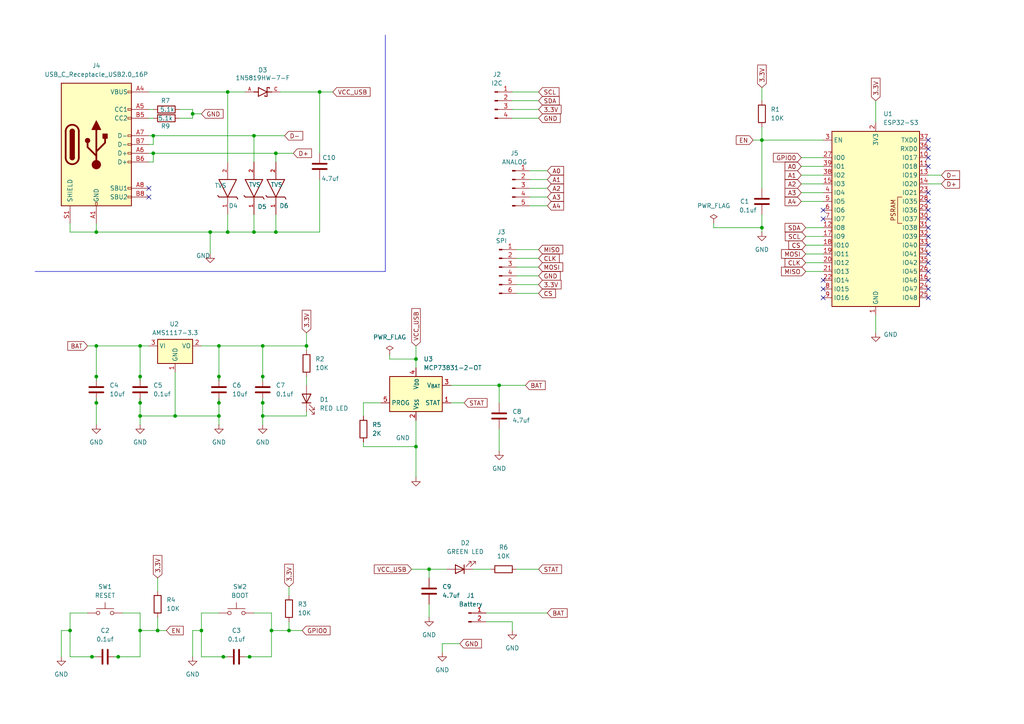
<source format=kicad_sch>
(kicad_sch (version 20231120) (generator "eeschema") (generator_version "8.0")
  (paper "A4")
  (title_block (date "2024-10-26"))
  (lib_symbols
    (symbol "1N5819HW-7-F:1N5819HW-7-F" (pin_names (offset 1.016))
      (property "Reference" "D" (at -5.08 2.54 0))
      (property "Value" "1N5819HW-7-F" (at -5.08 -3.81 0))
      (symbol "1N5819HW-7-F_0_0"
        (pin passive line (at -5.08 0 0) (length 2.54) (name "~") (number "A"))
        (pin passive line (at 5.08 0 180) (length 2.54) (name "~") (number "C"))
      )
    )
    (symbol "Battery_Management:MCP73831-2-OT"
      (property "Reference" "U" (at -7.62 6.35 0))
      (property "Value" "MCP73831-2-OT" (at 1.27 6.35 0))
      (symbol "MCP73831-2-OT_1_1"
        (pin tri_state line (at 10.16 -2.54 180) (length 2.54) (name "STAT") (number "1"))
        (pin power_in line (at 0 -7.62 90) (length 2.54) (name "V_{SS}") (number "2"))
        (pin power_out line (at 10.16 2.54 180) (length 2.54) (name "V_{BAT}") (number "3"))
        (pin power_in line (at 0 7.62 270) (length 2.54) (name "V_{DD}") (number "4"))
        (pin input line (at -10.16 -2.54 0) (length 2.54) (name "PROG") (number "5"))
      )
    )
    (symbol "Connector:Conn_01x02_Pin" (pin_names (offset 1.016) hide)
      (property "Reference" "J" (at 0 2.54 0))
      (property "Value" "Conn_01x02_Pin" (at 0 -5.08 0))
      (symbol "Conn_01x02_Pin_1_1"
        (pin passive line (at 5.08 0 180) (length 3.81) (name "Pin_1") (number "1"))
        (pin passive line (at 5.08 -2.54 180) (length 3.81) (name "Pin_2") (number "2"))
      )
    )
    (symbol "Connector:Conn_01x04_Pin" (pin_names (offset 1.016) hide)
      (property "Reference" "J" (at 0 5.08 0))
      (property "Value" "Conn_01x04_Pin" (at 0 -7.62 0))
      (symbol "Conn_01x04_Pin_1_1"
        (pin passive line (at 5.08 2.54 180) (length 3.81) (name "Pin_1") (number "1"))
        (pin passive line (at 5.08 0 180) (length 3.81) (name "Pin_2") (number "2"))
        (pin passive line (at 5.08 -2.54 180) (length 3.81) (name "Pin_3") (number "3"))
        (pin passive line (at 5.08 -5.08 180) (length 3.81) (name "Pin_4") (number "4"))
      )
    )
    (symbol "Connector:Conn_01x05_Pin" (pin_names (offset 1.016) hide)
      (property "Reference" "J" (at 0 7.62 0))
      (property "Value" "Conn_01x05_Pin" (at 0 -7.62 0))
      (symbol "Conn_01x05_Pin_1_1"
        (pin passive line (at 5.08 5.08 180) (length 3.81) (name "Pin_1") (number "1"))
        (pin passive line (at 5.08 2.54 180) (length 3.81) (name "Pin_2") (number "2"))
        (pin passive line (at 5.08 0 180) (length 3.81) (name "Pin_3") (number "3"))
        (pin passive line (at 5.08 -2.54 180) (length 3.81) (name "Pin_4") (number "4"))
        (pin passive line (at 5.08 -5.08 180) (length 3.81) (name "Pin_5") (number "5"))
      )
    )
    (symbol "Connector:Conn_01x06_Pin" (pin_names (offset 1.016) hide)
      (property "Reference" "J" (at 0 7.62 0))
      (property "Value" "Conn_01x06_Pin" (at 0 -10.16 0))
      (symbol "Conn_01x06_Pin_1_1"
        (pin passive line (at 5.08 5.08 180) (length 3.81) (name "Pin_1") (number "1"))
        (pin passive line (at 5.08 2.54 180) (length 3.81) (name "Pin_2") (number "2"))
        (pin passive line (at 5.08 0 180) (length 3.81) (name "Pin_3") (number "3"))
        (pin passive line (at 5.08 -2.54 180) (length 3.81) (name "Pin_4") (number "4"))
        (pin passive line (at 5.08 -5.08 180) (length 3.81) (name "Pin_5") (number "5"))
        (pin passive line (at 5.08 -7.62 180) (length 3.81) (name "Pin_6") (number "6"))
      )
    )
    (symbol "Connector:USB_C_Receptacle_USB2.0_16P" (pin_names (offset 1.016))
      (property "Reference" "J" (at 0 22.225 0))
      (property "Value" "USB_C_Receptacle_USB2.0_16P" (at 0 19.685 0))
      (symbol "USB_C_Receptacle_USB2.0_16P_1_1"
        (pin passive line (at 0 -22.86 90) (length 5.08) (name "GND") (number "A1"))
        (pin passive line (at 0 -22.86 90) (length 5.08) hide (name "GND") (number "A12"))
        (pin passive line (at 15.24 15.24 180) (length 5.08) (name "VBUS") (number "A4"))
        (pin bidirectional line (at 15.24 10.16 180) (length 5.08) (name "CC1") (number "A5"))
        (pin bidirectional line (at 15.24 -2.54 180) (length 5.08) (name "D+") (number "A6"))
        (pin bidirectional line (at 15.24 2.54 180) (length 5.08) (name "D-") (number "A7"))
        (pin bidirectional line (at 15.24 -12.7 180) (length 5.08) (name "SBU1") (number "A8"))
        (pin passive line (at 15.24 15.24 180) (length 5.08) hide (name "VBUS") (number "A9"))
        (pin passive line (at 0 -22.86 90) (length 5.08) hide (name "GND") (number "B1"))
        (pin passive line (at 0 -22.86 90) (length 5.08) hide (name "GND") (number "B12"))
        (pin passive line (at 15.24 15.24 180) (length 5.08) hide (name "VBUS") (number "B4"))
        (pin bidirectional line (at 15.24 7.62 180) (length 5.08) (name "CC2") (number "B5"))
        (pin bidirectional line (at 15.24 -5.08 180) (length 5.08) (name "D+") (number "B6"))
        (pin bidirectional line (at 15.24 0 180) (length 5.08) (name "D-") (number "B7"))
        (pin bidirectional line (at 15.24 -15.24 180) (length 5.08) (name "SBU2") (number "B8"))
        (pin passive line (at 15.24 15.24 180) (length 5.08) hide (name "VBUS") (number "B9"))
        (pin passive line (at -7.62 -22.86 90) (length 5.08) (name "SHIELD") (number "S1"))
      )
    )
    (symbol "Device:C" (pin_numbers hide) (pin_names (offset 0.254))
      (property "Reference" "C" (at 0.635 2.54 0))
      (property "Value" "C" (at 0.635 -2.54 0))
      (symbol "C_1_1"
        (pin passive line (at 0 3.81 270) (length 2.794) (name "~") (number "1"))
        (pin passive line (at 0 -3.81 90) (length 2.794) (name "~") (number "2"))
      )
    )
    (symbol "Device:R" (pin_numbers hide) (pin_names (offset 0))
      (property "Reference" "R" (at 2.032 0 90))
      (property "Value" "R" (at 0 0 90))
      (symbol "R_1_1"
        (pin passive line (at 0 3.81 270) (length 1.27) (name "~") (number "1"))
        (pin passive line (at 0 -3.81 90) (length 1.27) (name "~") (number "2"))
      )
    )
    (symbol "LED:IR26-21C_L110_TR8" (pin_numbers hide) (pin_names (offset 1.016) hide)
      (property "Reference" "D" (at 0 2.54 0))
      (property "Value" "IR26-21C_L110_TR8" (at 0 -3.81 0))
      (symbol "IR26-21C_L110_TR8_1_1"
        (pin passive line (at -3.81 0 0) (length 2.54) (name "K") (number "1"))
        (pin passive line (at 3.81 0 180) (length 2.54) (name "A") (number "2"))
      )
    )
    (symbol "RF_Module:ESP32-S3-WROOM-1"
      (property "Reference" "U" (at -12.7 26.67 0))
      (property "Value" "ESP32-S3-WROOM-1" (at 12.7 26.67 0))
      (symbol "ESP32-S3-WROOM-1_0_0"
        (text "PSRAM" (at 5.08 2.54 900) (effects (font (size 1.27 1.27))))
      )
      (symbol "ESP32-S3-WROOM-1_1_1"
        (pin power_in line (at 0 -27.94 90) (length 2.54) (name "GND") (number "1"))
        (pin bidirectional line (at 15.24 17.78 180) (length 2.54) (name "IO17") (number "10"))
        (pin bidirectional line (at 15.24 15.24 180) (length 2.54) (name "IO18") (number "11"))
        (pin bidirectional line (at -15.24 -2.54 0) (length 2.54) (name "IO8") (number "12"))
        (pin bidirectional line (at 15.24 12.7 180) (length 2.54) (name "IO19") (number "13"))
        (pin bidirectional line (at 15.24 10.16 180) (length 2.54) (name "IO20") (number "14"))
        (pin bidirectional line (at -15.24 10.16 0) (length 2.54) (name "IO3") (number "15"))
        (pin bidirectional line (at 15.24 -17.78 180) (length 2.54) (name "IO46") (number "16"))
        (pin bidirectional line (at -15.24 -5.08 0) (length 2.54) (name "IO9") (number "17"))
        (pin bidirectional line (at -15.24 -7.62 0) (length 2.54) (name "IO10") (number "18"))
        (pin bidirectional line (at -15.24 -10.16 0) (length 2.54) (name "IO11") (number "19"))
        (pin power_in line (at 0 27.94 270) (length 2.54) (name "3V3") (number "2"))
        (pin bidirectional line (at -15.24 -12.7 0) (length 2.54) (name "IO12") (number "20"))
        (pin bidirectional line (at -15.24 -15.24 0) (length 2.54) (name "IO13") (number "21"))
        (pin bidirectional line (at -15.24 -17.78 0) (length 2.54) (name "IO14") (number "22"))
        (pin bidirectional line (at 15.24 7.62 180) (length 2.54) (name "IO21") (number "23"))
        (pin bidirectional line (at 15.24 -20.32 180) (length 2.54) (name "IO47") (number "24"))
        (pin bidirectional line (at 15.24 -22.86 180) (length 2.54) (name "IO48") (number "25"))
        (pin bidirectional line (at 15.24 -15.24 180) (length 2.54) (name "IO45") (number "26"))
        (pin bidirectional line (at -15.24 17.78 0) (length 2.54) (name "IO0") (number "27"))
        (pin bidirectional line (at 15.24 5.08 180) (length 2.54) (name "IO35") (number "28"))
        (pin bidirectional line (at 15.24 2.54 180) (length 2.54) (name "IO36") (number "29"))
        (pin input line (at -15.24 22.86 0) (length 2.54) (name "EN") (number "3"))
        (pin bidirectional line (at 15.24 0 180) (length 2.54) (name "IO37") (number "30"))
        (pin bidirectional line (at 15.24 -2.54 180) (length 2.54) (name "IO38") (number "31"))
        (pin bidirectional line (at 15.24 -5.08 180) (length 2.54) (name "IO39") (number "32"))
        (pin bidirectional line (at 15.24 -7.62 180) (length 2.54) (name "IO40") (number "33"))
        (pin bidirectional line (at 15.24 -10.16 180) (length 2.54) (name "IO41") (number "34"))
        (pin bidirectional line (at 15.24 -12.7 180) (length 2.54) (name "IO42") (number "35"))
        (pin bidirectional line (at 15.24 20.32 180) (length 2.54) (name "RXD0") (number "36"))
        (pin bidirectional line (at 15.24 22.86 180) (length 2.54) (name "TXD0") (number "37"))
        (pin bidirectional line (at -15.24 12.7 0) (length 2.54) (name "IO2") (number "38"))
        (pin bidirectional line (at -15.24 15.24 0) (length 2.54) (name "IO1") (number "39"))
        (pin bidirectional line (at -15.24 7.62 0) (length 2.54) (name "IO4") (number "4"))
        (pin passive line (at 0 -27.94 90) (length 2.54) hide (name "GND") (number "40"))
        (pin passive line (at 0 -27.94 90) (length 2.54) hide (name "GND") (number "41"))
        (pin bidirectional line (at -15.24 5.08 0) (length 2.54) (name "IO5") (number "5"))
        (pin bidirectional line (at -15.24 2.54 0) (length 2.54) (name "IO6") (number "6"))
        (pin bidirectional line (at -15.24 0 0) (length 2.54) (name "IO7") (number "7"))
        (pin bidirectional line (at -15.24 -20.32 0) (length 2.54) (name "IO15") (number "8"))
        (pin bidirectional line (at -15.24 -22.86 0) (length 2.54) (name "IO16") (number "9"))
      )
    )
    (symbol "Regulator_Linear:AMS1117-3.3"
      (property "Reference" "U" (at -3.81 3.175 0))
      (property "Value" "AMS1117-3.3" (at 0 3.175 0))
      (symbol "AMS1117-3.3_1_1"
        (pin power_in line (at 0 -7.62 90) (length 2.54) (name "GND") (number "1"))
        (pin power_out line (at 7.62 0 180) (length 2.54) (name "VO") (number "2"))
        (pin power_in line (at -7.62 0 0) (length 2.54) (name "VI") (number "3"))
      )
    )
    (symbol "SMBJ5.0A:SMBJ5.0A" (pin_names (offset 1.016))
      (property "Reference" "D" (at 3.81 5.08 0))
      (property "Value" "SMBJ5.0A" (at 3.81 2.54 0))
      (symbol "SMBJ5.0A_0_0"
        (pin bidirectional line (at -7.62 0 0) (length 5.08) (name "~") (number "1"))
        (pin bidirectional line (at 7.62 0 180) (length 5.08) (name "~") (number "2"))
      )
    )
    (symbol "Switch:SW_Push" (pin_numbers hide) (pin_names (offset 1.016) hide)
      (property "Reference" "SW" (at 1.27 2.54 0))
      (property "Value" "SW_Push" (at 0 -1.524 0))
      (symbol "SW_Push_0_1"
        (pin passive line (at -5.08 0 0) (length 2.54) (name "1") (number "1"))
        (pin passive line (at 5.08 0 180) (length 2.54) (name "2") (number "2"))
      )
    )
    (symbol "power:GND" (power) (pin_numbers hide) (pin_names (offset 0) hide)
      (property "Value" "GND" (at 0 -3.81 0))
      (symbol "GND_1_1"
        (pin power_in line (at 0 0 270) (length 0) (name "~") (number "1"))
      )
    )
    (symbol "power:PWR_FLAG" (power) (pin_numbers hide) (pin_names (offset 0) hide)
      (property "Value" "PWR_FLAG" (at 0 3.81 0))
      (symbol "PWR_FLAG_0_0"
        (pin power_out line (at 0 0 90) (length 0) (name "~") (number "1"))
      )
    )
  )
  (junction (at 63.5 109.22))
  (junction (at 63.5 116.84))
  (junction (at 73.66 67.31))
  (junction (at 64.77 190.5))
  (junction (at 40.64 120.65))
  (junction (at 220.98 40.64))
  (junction (at 83.82 182.88))
  (junction (at 120.65 104.14))
  (junction (at 92.71 26.67))
  (junction (at 76.2 109.22))
  (junction (at 34.29 190.5))
  (junction (at 40.64 182.88))
  (junction (at 40.64 100.33))
  (junction (at 27.94 109.22))
  (junction (at 76.2 116.84))
  (junction (at 44.45 44.45))
  (junction (at 27.94 100.33))
  (junction (at 27.94 67.31))
  (junction (at 45.72 182.88))
  (junction (at 80.01 44.45))
  (junction (at 76.2 100.33))
  (junction (at 44.45 39.37))
  (junction (at 220.98 66.04))
  (junction (at 72.39 190.5))
  (junction (at 73.66 39.37))
  (junction (at 76.2 120.65))
  (junction (at 80.01 67.31))
  (junction (at 66.04 67.31))
  (junction (at 144.78 111.76))
  (junction (at 60.96 67.31))
  (junction (at 66.04 26.67))
  (junction (at 124.46 165.1))
  (junction (at 120.65 129.54))
  (junction (at 63.5 100.33))
  (junction (at 88.9 100.33))
  (junction (at 40.64 109.22))
  (junction (at 50.8 120.65))
  (junction (at 20.32 182.88))
  (junction (at 55.88 33.02))
  (junction (at 26.67 190.5))
  (junction (at 40.64 116.84))
  (junction (at 78.74 182.88))
  (junction (at 58.42 182.88))
  (junction (at 27.94 116.84))
  (junction (at 63.5 120.65))
  (no_connect (at 269.24 78.74))
  (no_connect (at 238.76 63.5))
  (no_connect (at 269.24 43.18))
  (no_connect (at 269.24 66.04))
  (no_connect (at 238.76 60.96))
  (no_connect (at 269.24 63.5))
  (no_connect (at 43.18 54.61))
  (no_connect (at 269.24 48.26))
  (no_connect (at 43.18 57.15))
  (no_connect (at 269.24 71.12))
  (no_connect (at 269.24 81.28))
  (no_connect (at 269.24 40.64))
  (no_connect (at 269.24 60.96))
  (no_connect (at 269.24 76.2))
  (no_connect (at 238.76 86.36))
  (no_connect (at 269.24 86.36))
  (no_connect (at 238.76 81.28))
  (no_connect (at 269.24 55.88))
  (no_connect (at 269.24 73.66))
  (no_connect (at 269.24 83.82))
  (no_connect (at 269.24 58.42))
  (no_connect (at 238.76 83.82))
  (no_connect (at 269.24 68.58))
  (no_connect (at 269.24 45.72))
  (wire (pts (xy 25.4 100.33) (xy 27.94 100.33)))
  (wire (pts (xy 149.86 77.47) (xy 156.21 77.47)))
  (wire (pts (xy 124.46 175.26) (xy 124.46 179.07)))
  (wire (pts (xy 40.64 182.88) (xy 40.64 190.5)))
  (wire (pts (xy 63.5 120.65) (xy 63.5 123.19)))
  (wire (pts (xy 120.65 129.54) (xy 120.65 138.43)))
  (wire (pts (xy 220.98 66.04) (xy 220.98 67.31)))
  (wire (pts (xy 110.49 116.84) (xy 105.41 116.84)))
  (wire (pts (xy 40.64 120.65) (xy 50.8 120.65)))
  (wire (pts (xy 43.18 34.29) (xy 44.45 34.29)))
  (wire (pts (xy 113.03 104.14) (xy 120.65 104.14)))
  (wire (pts (xy 220.98 40.64) (xy 220.98 54.61)))
  (wire (pts (xy 40.64 177.8) (xy 40.64 182.88)))
  (wire (pts (xy 44.45 46.99) (xy 43.18 46.99)))
  (wire (pts (xy 137.16 165.1) (xy 142.24 165.1)))
  (wire (pts (xy 105.41 116.84) (xy 105.41 120.65)))
  (wire (pts (xy 233.68 68.58) (xy 238.76 68.58)))
  (wire (pts (xy 218.44 40.64) (xy 220.98 40.64)))
  (wire (pts (xy 220.98 62.23) (xy 220.98 66.04)))
  (wire (pts (xy 233.68 71.12) (xy 238.76 71.12)))
  (wire (pts (xy 76.2 120.65) (xy 76.2 123.19)))
  (wire (pts (xy 45.72 182.88) (xy 48.26 182.88)))
  (wire (pts (xy 40.64 116.84) (xy 40.64 120.65)))
  (wire (pts (xy 220.98 40.64) (xy 238.76 40.64)))
  (wire (pts (xy 144.78 124.46) (xy 144.78 130.81)))
  (wire (pts (xy 207.01 64.77) (xy 207.01 66.04)))
  (wire (pts (xy 27.94 109.22) (xy 27.94 110.49)))
  (wire (pts (xy 17.78 190.5) (xy 17.78 182.88)))
  (wire (pts (xy 58.42 182.88) (xy 58.42 190.5)))
  (wire (pts (xy 80.01 44.45) (xy 80.01 46.99)))
  (wire (pts (xy 63.5 116.84) (xy 63.5 120.65)))
  (wire (pts (xy 50.8 120.65) (xy 63.5 120.65)))
  (wire (pts (xy 66.04 26.67) (xy 71.12 26.67)))
  (wire (pts (xy 148.59 26.67) (xy 156.21 26.67)))
  (wire (pts (xy 63.5 177.8) (xy 58.42 177.8)))
  (wire (pts (xy 27.94 100.33) (xy 40.64 100.33)))
  (wire (pts (xy 50.8 107.95) (xy 50.8 120.65)))
  (wire (pts (xy 220.98 36.83) (xy 220.98 40.64)))
  (wire (pts (xy 220.98 25.4) (xy 220.98 29.21)))
  (wire (pts (xy 20.32 64.77) (xy 20.32 67.31)))
  (wire (pts (xy 40.64 120.65) (xy 40.64 123.19)))
  (wire (pts (xy 207.01 66.04) (xy 220.98 66.04)))
  (wire (pts (xy 34.29 190.5) (xy 40.64 190.5)))
  (wire (pts (xy 80.01 67.31) (xy 92.71 67.31)))
  (wire (pts (xy 27.94 67.31) (xy 60.96 67.31)))
  (wire (pts (xy 120.65 100.33) (xy 120.65 104.14)))
  (wire (pts (xy 80.01 62.23) (xy 80.01 67.31)))
  (wire (pts (xy 232.41 48.26) (xy 238.76 48.26)))
  (wire (pts (xy 149.86 165.1) (xy 156.21 165.1)))
  (wire (pts (xy 149.86 74.93) (xy 156.21 74.93)))
  (wire (pts (xy 55.88 182.88) (xy 58.42 182.88)))
  (wire (pts (xy 40.64 100.33) (xy 43.18 100.33)))
  (wire (pts (xy 26.67 190.5) (xy 27.94 190.5)))
  (wire (pts (xy 60.96 67.31) (xy 60.96 73.66)))
  (wire (pts (xy 148.59 31.75) (xy 156.21 31.75)))
  (wire (pts (xy 96.52 26.67) (xy 92.71 26.67)))
  (polyline (pts (xy 10.16 78.74) (xy 111.76 78.74)))
  (wire (pts (xy 73.66 62.23) (xy 73.66 67.31)))
  (wire (pts (xy 153.67 57.15) (xy 158.75 57.15)))
  (wire (pts (xy 105.41 129.54) (xy 120.65 129.54)))
  (wire (pts (xy 73.66 39.37) (xy 73.66 46.99)))
  (wire (pts (xy 64.77 190.5) (xy 66.04 190.5)))
  (wire (pts (xy 83.82 182.88) (xy 87.63 182.88)))
  (wire (pts (xy 92.71 52.07) (xy 92.71 67.31)))
  (wire (pts (xy 45.72 167.64) (xy 45.72 171.45)))
  (wire (pts (xy 58.42 100.33) (xy 63.5 100.33)))
  (wire (pts (xy 25.4 177.8) (xy 20.32 177.8)))
  (wire (pts (xy 233.68 66.04) (xy 238.76 66.04)))
  (wire (pts (xy 113.03 102.87) (xy 113.03 104.14)))
  (wire (pts (xy 88.9 109.22) (xy 88.9 111.76)))
  (wire (pts (xy 124.46 165.1) (xy 129.54 165.1)))
  (wire (pts (xy 232.41 53.34) (xy 238.76 53.34)))
  (wire (pts (xy 20.32 67.31) (xy 27.94 67.31)))
  (wire (pts (xy 73.66 177.8) (xy 78.74 177.8)))
  (wire (pts (xy 63.5 115.57) (xy 63.5 116.84)))
  (wire (pts (xy 76.2 109.22) (xy 76.2 110.49)))
  (wire (pts (xy 60.96 67.31) (xy 66.04 67.31)))
  (wire (pts (xy 88.9 100.33) (xy 88.9 101.6)))
  (wire (pts (xy 232.41 45.72) (xy 238.76 45.72)))
  (wire (pts (xy 40.64 182.88) (xy 45.72 182.88)))
  (wire (pts (xy 233.68 76.2) (xy 238.76 76.2)))
  (wire (pts (xy 120.65 121.92) (xy 120.65 129.54)))
  (wire (pts (xy 43.18 39.37) (xy 44.45 39.37)))
  (wire (pts (xy 35.56 177.8) (xy 40.64 177.8)))
  (wire (pts (xy 55.88 33.02) (xy 55.88 34.29)))
  (wire (pts (xy 43.18 31.75) (xy 44.45 31.75)))
  (wire (pts (xy 76.2 120.65) (xy 88.9 120.65)))
  (wire (pts (xy 124.46 165.1) (xy 124.46 167.64)))
  (wire (pts (xy 73.66 39.37) (xy 82.55 39.37)))
  (wire (pts (xy 27.94 64.77) (xy 27.94 67.31)))
  (wire (pts (xy 269.24 50.8) (xy 273.05 50.8)))
  (wire (pts (xy 20.32 177.8) (xy 20.32 182.88)))
  (wire (pts (xy 44.45 39.37) (xy 73.66 39.37)))
  (wire (pts (xy 66.04 62.23) (xy 66.04 67.31)))
  (wire (pts (xy 66.04 67.31) (xy 73.66 67.31)))
  (wire (pts (xy 43.18 41.91) (xy 44.45 41.91)))
  (wire (pts (xy 254 91.44) (xy 254 96.52)))
  (wire (pts (xy 52.07 34.29) (xy 55.88 34.29)))
  (wire (pts (xy 76.2 100.33) (xy 76.2 109.22)))
  (wire (pts (xy 83.82 170.18) (xy 83.82 172.72)))
  (wire (pts (xy 55.88 31.75) (xy 55.88 33.02)))
  (wire (pts (xy 254 29.21) (xy 254 35.56)))
  (wire (pts (xy 27.94 116.84) (xy 27.94 123.19)))
  (wire (pts (xy 119.38 165.1) (xy 124.46 165.1)))
  (wire (pts (xy 58.42 177.8) (xy 58.42 182.88)))
  (wire (pts (xy 153.67 54.61) (xy 158.75 54.61)))
  (wire (pts (xy 72.39 190.5) (xy 78.74 190.5)))
  (wire (pts (xy 149.86 80.01) (xy 156.21 80.01)))
  (wire (pts (xy 144.78 111.76) (xy 152.4 111.76)))
  (polyline (pts (xy 111.76 10.16) (xy 111.76 78.74)))
  (wire (pts (xy 92.71 26.67) (xy 92.71 44.45)))
  (wire (pts (xy 148.59 180.34) (xy 148.59 182.88)))
  (wire (pts (xy 153.67 59.69) (xy 158.75 59.69)))
  (wire (pts (xy 120.65 104.14) (xy 120.65 106.68)))
  (wire (pts (xy 44.45 39.37) (xy 44.45 41.91)))
  (wire (pts (xy 81.28 26.67) (xy 92.71 26.67)))
  (wire (pts (xy 130.81 111.76) (xy 144.78 111.76)))
  (wire (pts (xy 44.45 44.45) (xy 43.18 44.45)))
  (wire (pts (xy 63.5 100.33) (xy 63.5 109.22)))
  (wire (pts (xy 78.74 182.88) (xy 83.82 182.88)))
  (wire (pts (xy 88.9 96.52) (xy 88.9 100.33)))
  (wire (pts (xy 58.42 190.5) (xy 64.77 190.5)))
  (wire (pts (xy 105.41 128.27) (xy 105.41 129.54)))
  (wire (pts (xy 63.5 100.33) (xy 76.2 100.33)))
  (wire (pts (xy 63.5 109.22) (xy 63.5 110.49)))
  (wire (pts (xy 233.68 78.74) (xy 238.76 78.74)))
  (wire (pts (xy 269.24 53.34) (xy 273.05 53.34)))
  (wire (pts (xy 148.59 29.21) (xy 156.21 29.21)))
  (wire (pts (xy 76.2 116.84) (xy 76.2 120.65)))
  (wire (pts (xy 149.86 82.55) (xy 156.21 82.55)))
  (wire (pts (xy 40.64 109.22) (xy 40.64 110.49)))
  (wire (pts (xy 80.01 44.45) (xy 85.09 44.45)))
  (wire (pts (xy 83.82 180.34) (xy 83.82 182.88)))
  (wire (pts (xy 140.97 177.8) (xy 158.75 177.8)))
  (wire (pts (xy 40.64 115.57) (xy 40.64 116.84)))
  (wire (pts (xy 148.59 34.29) (xy 156.21 34.29)))
  (wire (pts (xy 128.27 189.23) (xy 128.27 186.69)))
  (wire (pts (xy 88.9 119.38) (xy 88.9 120.65)))
  (wire (pts (xy 140.97 180.34) (xy 148.59 180.34)))
  (wire (pts (xy 43.18 26.67) (xy 66.04 26.67)))
  (wire (pts (xy 76.2 100.33) (xy 88.9 100.33)))
  (wire (pts (xy 55.88 33.02) (xy 58.42 33.02)))
  (wire (pts (xy 55.88 190.5) (xy 55.88 182.88)))
  (wire (pts (xy 52.07 31.75) (xy 55.88 31.75)))
  (wire (pts (xy 44.45 44.45) (xy 80.01 44.45)))
  (wire (pts (xy 27.94 115.57) (xy 27.94 116.84)))
  (wire (pts (xy 76.2 115.57) (xy 76.2 116.84)))
  (wire (pts (xy 144.78 111.76) (xy 144.78 116.84)))
  (wire (pts (xy 73.66 67.31) (xy 80.01 67.31)))
  (wire (pts (xy 45.72 179.07) (xy 45.72 182.88)))
  (wire (pts (xy 233.68 73.66) (xy 238.76 73.66)))
  (wire (pts (xy 153.67 49.53) (xy 158.75 49.53)))
  (wire (pts (xy 149.86 85.09) (xy 156.21 85.09)))
  (wire (pts (xy 44.45 44.45) (xy 44.45 46.99)))
  (wire (pts (xy 232.41 50.8) (xy 238.76 50.8)))
  (wire (pts (xy 17.78 182.88) (xy 20.32 182.88)))
  (wire (pts (xy 33.02 190.5) (xy 34.29 190.5)))
  (wire (pts (xy 128.27 186.69) (xy 133.35 186.69)))
  (wire (pts (xy 27.94 100.33) (xy 27.94 109.22)))
  (wire (pts (xy 153.67 52.07) (xy 158.75 52.07)))
  (wire (pts (xy 78.74 182.88) (xy 78.74 190.5)))
  (wire (pts (xy 130.81 116.84) (xy 134.62 116.84)))
  (wire (pts (xy 20.32 190.5) (xy 26.67 190.5)))
  (wire (pts (xy 71.12 190.5) (xy 72.39 190.5)))
  (wire (pts (xy 78.74 177.8) (xy 78.74 182.88)))
  (wire (pts (xy 20.32 182.88) (xy 20.32 190.5)))
  (wire (pts (xy 232.41 58.42) (xy 238.76 58.42)))
  (wire (pts (xy 66.04 26.67) (xy 66.04 46.99)))
  (wire (pts (xy 149.86 72.39) (xy 156.21 72.39)))
  (wire (pts (xy 232.41 55.88) (xy 238.76 55.88)))
  (wire (pts (xy 40.64 100.33) (xy 40.64 109.22)))
  (global_label "A4" (shape input) (at 232.41 58.42 180) (property "Intersheetrefs" "${INTERSHEET_REFS}" (effects (hide yes))))
  (global_label "VCC_USB" (shape input) (at 119.38 165.1 180) (property "Intersheetrefs" "${INTERSHEET_REFS}" (effects (hide yes))))
  (global_label "SCL" (shape input) (at 156.21 26.67 0) (property "Intersheetrefs" "${INTERSHEET_REFS}" (effects (hide yes))))
  (global_label "VCC_USB" (shape input) (at 96.52 26.67 0) (property "Intersheetrefs" "${INTERSHEET_REFS}" (effects (hide yes))))
  (global_label "D+" (shape input) (at 85.09 44.45 0) (property "Intersheetrefs" "${INTERSHEET_REFS}" (effects (hide yes))))
  (global_label "3.3V" (shape input) (at 88.9 96.52 90) (property "Intersheetrefs" "${INTERSHEET_REFS}" (effects (hide yes))))
  (global_label "GND" (shape input) (at 133.35 186.69 0) (property "Intersheetrefs" "${INTERSHEET_REFS}" (effects (hide yes))))
  (global_label "CLK" (shape input) (at 233.68 76.2 180) (effects (font (thickness 0.1588))) (property "Intersheetrefs" "${INTERSHEET_REFS}" (effects (hide yes))))
  (global_label "A2" (shape input) (at 158.75 54.61 0) (property "Intersheetrefs" "${INTERSHEET_REFS}" (effects (hide yes))))
  (global_label "VCC_USB" (shape input) (at 120.65 100.33 90) (property "Intersheetrefs" "${INTERSHEET_REFS}" (effects (hide yes))))
  (global_label "MOSI" (shape input) (at 233.68 73.66 180) (effects (font (thickness 0.1588))) (property "Intersheetrefs" "${INTERSHEET_REFS}" (effects (hide yes))))
  (global_label "CLK" (shape input) (at 156.21 74.93 0) (effects (font (thickness 0.1588))) (property "Intersheetrefs" "${INTERSHEET_REFS}" (effects (hide yes))))
  (global_label "A0" (shape input) (at 158.75 49.53 0) (effects (font (thickness 0.1588))) (property "Intersheetrefs" "${INTERSHEET_REFS}" (effects (hide yes))))
  (global_label "A0" (shape input) (at 232.41 48.26 180) (effects (font (thickness 0.1588))) (property "Intersheetrefs" "${INTERSHEET_REFS}" (effects (hide yes))))
  (global_label "GND" (shape input) (at 156.21 80.01 0) (property "Intersheetrefs" "${INTERSHEET_REFS}" (effects (hide yes))))
  (global_label "GPIO0" (shape input) (at 87.63 182.88 0) (property "Intersheetrefs" "${INTERSHEET_REFS}" (effects (hide yes))))
  (global_label "GND" (shape input) (at 58.42 33.02 0) (property "Intersheetrefs" "${INTERSHEET_REFS}" (effects (hide yes))))
  (global_label "D+" (shape input) (at 273.05 53.34 0) (property "Intersheetrefs" "${INTERSHEET_REFS}" (effects (hide yes))))
  (global_label "SDA" (shape input) (at 156.21 29.21 0) (property "Intersheetrefs" "${INTERSHEET_REFS}" (effects (hide yes))))
  (global_label "STAT" (shape input) (at 134.62 116.84 0) (property "Intersheetrefs" "${INTERSHEET_REFS}" (effects (hide yes))))
  (global_label "A3" (shape input) (at 232.41 55.88 180) (property "Intersheetrefs" "${INTERSHEET_REFS}" (effects (hide yes))))
  (global_label "SDA" (shape input) (at 233.68 66.04 180) (property "Intersheetrefs" "${INTERSHEET_REFS}" (effects (hide yes))))
  (global_label "D-" (shape input) (at 273.05 50.8 0) (property "Intersheetrefs" "${INTERSHEET_REFS}" (effects (hide yes))))
  (global_label "3.3V" (shape input) (at 156.21 82.55 0) (property "Intersheetrefs" "${INTERSHEET_REFS}" (effects (hide yes))))
  (global_label "GPIO0" (shape input) (at 232.41 45.72 180) (property "Intersheetrefs" "${INTERSHEET_REFS}" (effects (hide yes))))
  (global_label "3.3V" (shape input) (at 83.82 170.18 90) (property "Intersheetrefs" "${INTERSHEET_REFS}" (effects (hide yes))))
  (global_label "MISO" (shape input) (at 233.68 78.74 180) (effects (font (thickness 0.1588))) (property "Intersheetrefs" "${INTERSHEET_REFS}" (effects (hide yes))))
  (global_label "EN" (shape input) (at 48.26 182.88 0) (property "Intersheetrefs" "${INTERSHEET_REFS}" (effects (hide yes))))
  (global_label "BAT" (shape input) (at 25.4 100.33 180) (property "Intersheetrefs" "${INTERSHEET_REFS}" (effects (hide yes))))
  (global_label "MISO" (shape input) (at 156.21 72.39 0) (effects (font (thickness 0.1588))) (property "Intersheetrefs" "${INTERSHEET_REFS}" (effects (hide yes))))
  (global_label "A4" (shape input) (at 158.75 59.69 0) (property "Intersheetrefs" "${INTERSHEET_REFS}" (effects (hide yes))))
  (global_label "MOSI" (shape input) (at 156.21 77.47 0) (effects (font (thickness 0.1588))) (property "Intersheetrefs" "${INTERSHEET_REFS}" (effects (hide yes))))
  (global_label "3.3V" (shape input) (at 156.21 31.75 0) (property "Intersheetrefs" "${INTERSHEET_REFS}" (effects (hide yes))))
  (global_label "3.3V" (shape input) (at 254 29.21 90) (property "Intersheetrefs" "${INTERSHEET_REFS}" (effects (hide yes))))
  (global_label "A1" (shape input) (at 232.41 50.8 180) (property "Intersheetrefs" "${INTERSHEET_REFS}" (effects (hide yes))))
  (global_label "GND" (shape input) (at 156.21 34.29 0) (property "Intersheetrefs" "${INTERSHEET_REFS}" (effects (hide yes))))
  (global_label "BAT" (shape input) (at 158.75 177.8 0) (property "Intersheetrefs" "${INTERSHEET_REFS}" (effects (hide yes))))
  (global_label "3.3V" (shape input) (at 220.98 25.4 90) (property "Intersheetrefs" "${INTERSHEET_REFS}" (effects (hide yes))))
  (global_label "EN" (shape input) (at 218.44 40.64 180) (property "Intersheetrefs" "${INTERSHEET_REFS}" (effects (hide yes))))
  (global_label "A2" (shape input) (at 232.41 53.34 180) (property "Intersheetrefs" "${INTERSHEET_REFS}" (effects (hide yes))))
  (global_label "SCL" (shape input) (at 233.68 68.58 180) (property "Intersheetrefs" "${INTERSHEET_REFS}" (effects (hide yes))))
  (global_label "A3" (shape input) (at 158.75 57.15 0) (property "Intersheetrefs" "${INTERSHEET_REFS}" (effects (hide yes))))
  (global_label "CS" (shape input) (at 233.68 71.12 180) (effects (font (thickness 0.1588))) (property "Intersheetrefs" "${INTERSHEET_REFS}" (effects (hide yes))))
  (global_label "CS" (shape input) (at 156.21 85.09 0) (effects (font (thickness 0.1588))) (property "Intersheetrefs" "${INTERSHEET_REFS}" (effects (hide yes))))
  (global_label "BAT" (shape input) (at 152.4 111.76 0) (property "Intersheetrefs" "${INTERSHEET_REFS}" (effects (hide yes))))
  (global_label "A1" (shape input) (at 158.75 52.07 0) (property "Intersheetrefs" "${INTERSHEET_REFS}" (effects (hide yes))))
  (global_label "STAT" (shape input) (at 156.21 165.1 0) (property "Intersheetrefs" "${INTERSHEET_REFS}" (effects (hide yes))))
  (global_label "3.3V" (shape input) (at 45.72 167.64 90) (property "Intersheetrefs" "${INTERSHEET_REFS}" (effects (hide yes))))
  (global_label "D-" (shape input) (at 82.55 39.37 0) (property "Intersheetrefs" "${INTERSHEET_REFS}" (effects (hide yes))))
  (symbol (lib_id "power:GND") (at 220.98 67.31 0) (unit 1)
    (property "Reference" "#PWR01" (effects (hide yes)))
    (property "Value" "GND" (at 220.98 72.39 0))
    (property "Description" "Power symbol creates a global label with name \"GND\" , ground" (effects (hide yes)))
  )
  (symbol (lib_id "LED:IR26-21C_L110_TR8") (at 88.9 115.57 90) (unit 1)
    (property "Reference" "D1" (at 92.71 115.8874 90) (effects (justify right)))
    (property "Value" "RED LED" (at 92.71 118.4274 90) (effects (justify right)))
    (property "Footprint" "LED_SMD:LED_1206_3216Metric" (effects (hide yes)))
    (property "Datasheet" "http://www.everlight.com/file/ProductFile/IR26-21C-L110-TR8.pdf" (effects (hide yes)))
    (property "Description" "940nm, 20 deg, Infrared LED, 1206" (effects (hide yes)))
  )
  (symbol (lib_id "Device:R") (at 220.98 33.02 0) (unit 1)
    (property "Reference" "R1" (at 223.52 31.7499 0) (effects (justify left)))
    (property "Value" "10K" (at 223.52 34.2899 0) (effects (justify left)))
    (property "Footprint" "Resistor_SMD:R_1206_3216Metric_Pad1.30x1.75mm_HandSolder" (effects (hide yes)))
    (property "Description" "Resistor" (effects (hide yes)))
  )
  (symbol (lib_id "Connector:Conn_01x06_Pin") (at 144.78 77.47 0) (unit 1)
    (property "Reference" "J3" (at 145.415 67.31 0))
    (property "Value" "SPI" (at 145.415 69.85 0))
    (property "Footprint" "Connector_JST:JST_EH_B6B-EH-A_1x06_P2.50mm_Vertical" (effects (hide yes)))
    (property "Description" "Generic connector, single row, 01x06, script generated" (effects (hide yes)))
  )
  (symbol (lib_id "Device:R") (at 48.26 34.29 90) (unit 1)
    (property "Reference" "R9" (at 48.006 36.576 90))
    (property "Value" "5.1k" (at 48.006 34.29 90))
    (property "Footprint" "Resistor_SMD:R_1206_3216Metric_Pad1.30x1.75mm_HandSolder" (effects (hide yes)))
    (property "Description" "Resistor" (effects (hide yes)))
  )
  (symbol (lib_id "Device:C") (at 27.94 113.03 0) (unit 1)
    (property "Reference" "C4" (at 31.75 111.7599 0) (effects (justify left)))
    (property "Value" "10uf" (at 31.75 114.2999 0) (effects (justify left)))
    (property "Footprint" "Capacitor_SMD:C_1206_3216Metric" (effects (hide yes)))
    (property "Description" "Unpolarized capacitor" (effects (hide yes)))
  )
  (symbol (lib_id "1N5819HW-7-F:1N5819HW-7-F") (at 76.2 26.67 0) (unit 1)
    (property "Reference" "D3" (at 76.2 20.32 0))
    (property "Value" "1N5819HW-7-F" (at 76.2 22.606 0))
    (property "Footprint" "1N5819HW-7-F:SOD3715X145N" (effects (hide yes)))
    (property "MF" "Diodes Inc." (effects (hide yes)))
    (property "Description_1" "\n                        \n                            Diode Schottky 1A 40V SOD123 | Diodes Inc 1N5819HW-7-F\n                        \n" (effects (hide yes)))
    (property "Package" "SOD-123 Fairchild Semiconductor" (effects (hide yes)))
    (property "Price" "None" (effects (hide yes)))
    (property "Check_prices" "https://www.snapeda.com/parts/1N5819HW-7-F/Diodes+Inc./view-part/?ref=eda" (effects (hide yes)))
    (property "STANDARD" "IPC-7351B" (effects (hide yes)))
    (property "PARTREV" "18-2" (effects (hide yes)))
    (property "SnapEDA_Link" "https://www.snapeda.com/parts/1N5819HW-7-F/Diodes+Inc./view-part/?ref=snap" (effects (hide yes)))
    (property "MP" "1N5819HW-7-F" (effects (hide yes)))
    (property "Availability" "In Stock" (effects (hide yes)))
    (property "MANUFACTURER" "Diodes Inc." (effects (hide yes)))
  )
  (symbol (lib_id "Device:C") (at 76.2 113.03 0) (unit 1)
    (property "Reference" "C7" (at 80.01 111.7599 0) (effects (justify left)))
    (property "Value" "0.1uf" (at 80.01 114.2999 0) (effects (justify left)))
    (property "Footprint" "Capacitor_SMD:C_1206_3216Metric" (effects (hide yes)))
    (property "Description" "Unpolarized capacitor" (effects (hide yes)))
  )
  (symbol (lib_id "Device:C") (at 220.98 58.42 0) (unit 1)
    (property "Reference" "C1" (at 214.63 58.42 0) (effects (justify left)))
    (property "Value" "0.1uf" (at 214.376 60.96 0) (effects (justify left)))
    (property "Footprint" "Capacitor_SMD:C_1206_3216Metric" (effects (hide yes)))
    (property "Description" "Unpolarized capacitor" (effects (hide yes)))
  )
  (symbol (lib_id "Connector:Conn_01x02_Pin") (at 135.89 177.8 0) (unit 1)
    (property "Reference" "J1" (at 136.525 172.72 0))
    (property "Value" "Battery" (at 136.525 175.26 0))
    (property "Footprint" "Connector_JST:JST_EH_S2B-EH_1x02_P2.50mm_Horizontal" (effects (hide yes)))
    (property "Description" "Generic connector, single row, 01x02, script generated" (effects (hide yes)))
  )
  (symbol (lib_id "power:PWR_FLAG") (at 207.01 64.77 0) (unit 1)
    (property "Reference" "#FLG02" (effects (hide yes)))
    (property "Value" "PWR_FLAG" (at 207.01 59.69 0))
    (property "Description" "Special symbol for telling ERC where power comes from" (effects (hide yes)))
  )
  (symbol (lib_id "power:GND") (at 63.5 123.19 0) (unit 1)
    (property "Reference" "#PWR07" (effects (hide yes)))
    (property "Value" "GND" (at 63.5 128.27 0))
    (property "Description" "Power symbol creates a global label with name \"GND\" , ground" (effects (hide yes)))
  )
  (symbol (lib_id "Device:C") (at 40.64 113.03 0) (unit 1)
    (property "Reference" "C5" (at 44.45 111.7599 0) (effects (justify left)))
    (property "Value" "0.1uf" (at 44.45 114.2999 0) (effects (justify left)))
    (property "Footprint" "Capacitor_SMD:C_1206_3216Metric" (effects (hide yes)))
    (property "Description" "Unpolarized capacitor" (effects (hide yes)))
  )
  (symbol (lib_id "Connector:Conn_01x04_Pin") (at 143.51 29.21 0) (unit 1)
    (property "Reference" "J2" (at 144.145 21.59 0))
    (property "Value" "I2C" (at 144.145 24.13 0))
    (property "Footprint" "Connector_JST:JST_EH_B4B-EH-A_1x04_P2.50mm_Vertical" (effects (hide yes)))
    (property "Description" "Generic connector, single row, 01x04, script generated" (effects (hide yes)))
  )
  (symbol (lib_id "power:PWR_FLAG") (at 113.03 102.87 0) (unit 1)
    (property "Reference" "#FLG01" (effects (hide yes)))
    (property "Value" "PWR_FLAG" (at 113.03 97.79 0))
    (property "Description" "Special symbol for telling ERC where power comes from" (effects (hide yes)))
  )
  (symbol (lib_id "Device:R") (at 88.9 105.41 0) (unit 1)
    (property "Reference" "R2" (at 91.44 104.1399 0) (effects (justify left)))
    (property "Value" "10K" (at 91.44 106.6799 0) (effects (justify left)))
    (property "Footprint" "Resistor_SMD:R_1206_3216Metric_Pad1.30x1.75mm_HandSolder" (effects (hide yes)))
    (property "Description" "Resistor" (effects (hide yes)))
  )
  (symbol (lib_id "LED:IR26-21C_L110_TR8") (at 133.35 165.1 180) (unit 1)
    (property "Reference" "D2" (at 134.9375 157.48 0))
    (property "Value" "GREEN LED" (at 134.9375 160.02 0))
    (property "Footprint" "LED_SMD:LED_1206_3216Metric" (effects (hide yes)))
    (property "Datasheet" "http://www.everlight.com/file/ProductFile/IR26-21C-L110-TR8.pdf" (effects (hide yes)))
    (property "Description" "940nm, 20 deg, Infrared LED, 1206" (effects (hide yes)))
  )
  (symbol (lib_id "Switch:SW_Push") (at 68.58 177.8 0) (unit 1)
    (property "Reference" "SW2" (at 69.596 170.18 0))
    (property "Value" "BOOT" (at 69.596 172.72 0))
    (property "Footprint" "Button_Switch_SMD:SW_Tactile_SPST_NO_Straight_CK_PTS636Sx25SMTRLFS" (effects (hide yes)))
    (property "Description" "Push button switch, generic, two pins" (effects (hide yes)))
  )
  (symbol (lib_id "RF_Module:ESP32-S3-WROOM-1") (at 254 63.5 0) (unit 1) (exclude_from_sim yes)
    (property "Reference" "U1" (at 256.1941 33.02 0) (effects (justify left)))
    (property "Value" "ESP32-S3" (at 256.1941 35.56 0) (effects (justify left)))
    (property "Footprint" "RF_Module:ESP32-S3-WROOM-1" (effects (hide yes)))
  )
  (symbol (lib_id "power:GND") (at 120.65 138.43 0) (unit 1)
    (property "Reference" "#PWR010" (effects (hide yes)))
    (property "Value" "GND" (at 116.84 127 0))
    (property "Description" "Power symbol creates a global label with name \"GND\" , ground" (effects (hide yes)))
  )
  (symbol (lib_id "Regulator_Linear:AMS1117-3.3") (at 50.8 100.33 0) (unit 1)
    (property "Reference" "U2" (at 50.546 93.98 0))
    (property "Value" "AMS1117-3.3" (at 50.8 96.52 0))
    (property "Footprint" "Package_TO_SOT_SMD:SOT-223-3_TabPin2" (effects (hide yes)))
    (property "Datasheet" "http://www.advanced-monolithic.com/pdf/ds1117.pdf" (effects (hide yes)))
    (property "Description" "1A Low Dropout regulator, positive, 3.3V fixed output, SOT-223" (effects (hide yes)))
  )
  (symbol (lib_id "Device:C") (at 124.46 171.45 0) (unit 1)
    (property "Reference" "C9" (at 128.27 170.1799 0) (effects (justify left)))
    (property "Value" "4.7uf" (at 128.27 172.7199 0) (effects (justify left)))
    (property "Footprint" "Capacitor_SMD:C_1206_3216Metric" (effects (hide yes)))
    (property "Description" "Unpolarized capacitor" (effects (hide yes)))
  )
  (symbol (lib_id "Battery_Management:MCP73831-2-OT") (at 120.65 114.3 0) (unit 1)
    (property "Reference" "U3" (at 122.8441 104.14 0) (effects (justify left)))
    (property "Value" "MCP73831-2-OT" (at 122.8441 106.68 0) (effects (justify left)))
    (property "Footprint" "Package_TO_SOT_SMD:SOT-23-5" (effects (hide yes)))
    (property "Datasheet" "http://ww1.microchip.com/downloads/en/DeviceDoc/20001984g.pdf" (effects (hide yes)))
    (property "Description" "Single cell, Li-Ion/Li-Po charge management controller, 4.20V, Tri-State Status Output, in SOT23-5 package" (effects (hide yes)))
  )
  (symbol (lib_id "power:GND") (at 254 96.52 0) (unit 1)
    (property "Reference" "#PWR02" (effects (hide yes)))
    (property "Value" "GND" (at 258.318 97.028 0))
    (property "Description" "Power symbol creates a global label with name \"GND\" , ground" (effects (hide yes)))
  )
  (symbol (lib_id "Connector:Conn_01x05_Pin") (at 148.59 54.61 0) (unit 1)
    (property "Reference" "J5" (at 149.225 44.45 0))
    (property "Value" "ANALOG" (at 149.225 46.99 0))
    (property "Footprint" "Connector_JST:JST_EH_B5B-EH-A_1x05_P2.50mm_Vertical" (effects (hide yes)))
    (property "Description" "Generic connector, single row, 01x05, script generated" (effects (hide yes)))
  )
  (symbol (lib_id "Device:C") (at 63.5 113.03 0) (unit 1)
    (property "Reference" "C6" (at 67.31 111.7599 0) (effects (justify left)))
    (property "Value" "10uf" (at 67.31 114.2999 0) (effects (justify left)))
    (property "Footprint" "Capacitor_SMD:C_1206_3216Metric" (effects (hide yes)))
    (property "Description" "Unpolarized capacitor" (effects (hide yes)))
  )
  (symbol (lib_id "Device:C") (at 144.78 120.65 0) (unit 1)
    (property "Reference" "C8" (at 148.59 119.3799 0) (effects (justify left)))
    (property "Value" "4.7uf" (at 148.59 121.9199 0) (effects (justify left)))
    (property "Footprint" "Capacitor_SMD:C_1206_3216Metric" (effects (hide yes)))
    (property "Description" "Unpolarized capacitor" (effects (hide yes)))
  )
  (symbol (lib_id "Device:C") (at 30.48 190.5 90) (unit 1)
    (property "Reference" "C2" (at 30.48 182.88 90))
    (property "Value" "0.1uf" (at 30.48 185.42 90))
    (property "Footprint" "Capacitor_SMD:C_1206_3216Metric" (effects (hide yes)))
    (property "Description" "Unpolarized capacitor" (effects (hide yes)))
  )
  (symbol (lib_id "Device:R") (at 146.05 165.1 90) (unit 1)
    (property "Reference" "R6" (at 146.05 158.75 90))
    (property "Value" "10K" (at 146.05 161.29 90))
    (property "Footprint" "Resistor_SMD:R_1206_3216Metric_Pad1.30x1.75mm_HandSolder" (effects (hide yes)))
    (property "Description" "Resistor" (effects (hide yes)))
  )
  (symbol (lib_id "power:GND") (at 128.27 189.23 0) (unit 1)
    (property "Reference" "#PWR013" (effects (hide yes)))
    (property "Value" "GND" (at 128.27 194.31 0))
    (property "Description" "Power symbol creates a global label with name \"GND\" , ground" (effects (hide yes)))
  )
  (symbol (lib_id "power:GND") (at 55.88 190.5 0) (unit 1)
    (property "Reference" "#PWR04" (effects (hide yes)))
    (property "Value" "GND" (at 55.88 195.58 0))
    (property "Description" "Power symbol creates a global label with name \"GND\" , ground" (effects (hide yes)))
  )
  (symbol (lib_id "SMBJ5.0A:SMBJ5.0A") (at 80.01 54.61 90) (unit 1)
    (property "Reference" "D6" (at 81.026 59.69 90) (effects (justify right)))
    (property "Value" "TVS" (at 78.486 53.594 90) (effects (justify right)))
    (property "Footprint" "SMBJ5.0A:SMBJ5.0A" (effects (hide yes)))
    (property "MANUFACTURER_NAME" "STMicroelectronics" (effects (hide yes)))
    (property "MF" "STMicroelectronics" (effects (hide yes)))
    (property "DESCRIPTION" "TVS Diode Bi-Directional SMBJ5.0CA 13.4V, 600W, SMB 2-Pin" (effects (hide yes)))
    (property "Price" "None" (effects (hide yes)))
    (property "Package" "DO-214 STMicroelectronics" (effects (hide yes)))
    (property "Check_prices" "https://www.snapeda.com/parts/SMBJ5.0A-TR/STMicroelectronics/view-part/?ref=eda" (effects (hide yes)))
    (property "HEIGHT" "2.65mm" (effects (hide yes)))
    (property "MP" "SMBJ5.0A-TR" (effects (hide yes)))
    (property "SnapEDA_Link" "https://www.snapeda.com/parts/SMBJ5.0A-TR/STMicroelectronics/view-part/?ref=snap" (effects (hide yes)))
    (property "Description_1" "\n                        \n                            9.2V Clamp 68A Ipp Tvs Diode Surface Mount SMB (DO-214AA)\n                        \n" (effects (hide yes)))
    (property "Availability" "In Stock" (effects (hide yes)))
    (property "MANUFACTURER_PART_NUMBER" "SMBJ5.0CA" (effects (hide yes)))
  )
  (symbol (lib_id "power:GND") (at 17.78 190.5 0) (unit 1)
    (property "Reference" "#PWR03" (effects (hide yes)))
    (property "Value" "GND" (at 17.78 195.58 0))
    (property "Description" "Power symbol creates a global label with name \"GND\" , ground" (effects (hide yes)))
  )
  (symbol (lib_id "power:GND") (at 148.59 182.88 0) (unit 1)
    (property "Reference" "#PWR09" (effects (hide yes)))
    (property "Value" "GND" (at 148.59 187.96 0))
    (property "Description" "Power symbol creates a global label with name \"GND\" , ground" (effects (hide yes)))
  )
  (symbol (lib_id "Device:C") (at 68.58 190.5 90) (unit 1)
    (property "Reference" "C3" (at 68.58 182.88 90))
    (property "Value" "0.1uf" (at 68.58 185.42 90))
    (property "Footprint" "Capacitor_SMD:C_1206_3216Metric" (effects (hide yes)))
    (property "Description" "Unpolarized capacitor" (effects (hide yes)))
  )
  (symbol (lib_id "Connector:USB_C_Receptacle_USB2.0_16P") (at 27.94 41.91 0) (unit 1)
    (property "Reference" "J4" (at 27.94 19.05 0))
    (property "Value" "USB_C_Receptacle_USB2.0_16P" (at 27.94 21.59 0))
    (property "Footprint" "Connector_USB:USB_C_Receptacle_GCT_USB4085" (effects (hide yes)))
    (property "Datasheet" "https://www.usb.org/sites/default/files/documents/usb_type-c.zip" (effects (hide yes)))
    (property "Description" "USB 2.0-only 16P Type-C Receptacle connector" (effects (hide yes)))
  )
  (symbol (lib_id "Switch:SW_Push") (at 30.48 177.8 0) (unit 1)
    (property "Reference" "SW1" (at 30.48 170.18 0))
    (property "Value" "RESET" (at 30.48 172.72 0))
    (property "Footprint" "Button_Switch_SMD:SW_Tactile_SPST_NO_Straight_CK_PTS636Sx25SMTRLFS" (effects (hide yes)))
    (property "Description" "Push button switch, generic, two pins" (effects (hide yes)))
  )
  (symbol (lib_id "SMBJ5.0A:SMBJ5.0A") (at 73.66 54.61 90) (unit 1)
    (property "Reference" "D5" (at 74.676 59.944 90) (effects (justify right)))
    (property "Value" "TVS" (at 72.136 53.594 90) (effects (justify right)))
    (property "Footprint" "SMBJ5.0A:SMBJ5.0A" (effects (hide yes)))
    (property "MANUFACTURER_NAME" "STMicroelectronics" (effects (hide yes)))
    (property "MF" "STMicroelectronics" (effects (hide yes)))
    (property "DESCRIPTION" "TVS Diode Bi-Directional SMBJ5.0CA 13.4V, 600W, SMB 2-Pin" (effects (hide yes)))
    (property "Price" "None" (effects (hide yes)))
    (property "Package" "DO-214 STMicroelectronics" (effects (hide yes)))
    (property "Check_prices" "https://www.snapeda.com/parts/SMBJ5.0A-TR/STMicroelectronics/view-part/?ref=eda" (effects (hide yes)))
    (property "HEIGHT" "2.65mm" (effects (hide yes)))
    (property "MP" "SMBJ5.0A-TR" (effects (hide yes)))
    (property "SnapEDA_Link" "https://www.snapeda.com/parts/SMBJ5.0A-TR/STMicroelectronics/view-part/?ref=snap" (effects (hide yes)))
    (property "Description_1" "\n                        \n                            9.2V Clamp 68A Ipp Tvs Diode Surface Mount SMB (DO-214AA)\n                        \n" (effects (hide yes)))
    (property "Availability" "In Stock" (effects (hide yes)))
    (property "MANUFACTURER_PART_NUMBER" "SMBJ5.0CA" (effects (hide yes)))
  )
  (symbol (lib_id "power:GND") (at 144.78 130.81 0) (unit 1)
    (property "Reference" "#PWR011" (effects (hide yes)))
    (property "Value" "GND" (at 144.78 135.89 0))
    (property "Description" "Power symbol creates a global label with name \"GND\" , ground" (effects (hide yes)))
  )
  (symbol (lib_id "Device:R") (at 48.26 31.75 90) (unit 1)
    (property "Reference" "R7" (at 48.006 29.21 90))
    (property "Value" "5.1k" (at 48.514 31.75 90))
    (property "Footprint" "Resistor_SMD:R_1206_3216Metric_Pad1.30x1.75mm_HandSolder" (effects (hide yes)))
    (property "Description" "Resistor" (effects (hide yes)))
  )
  (symbol (lib_id "power:GND") (at 27.94 123.19 0) (unit 1)
    (property "Reference" "#PWR05" (effects (hide yes)))
    (property "Value" "GND" (at 27.94 128.27 0))
    (property "Description" "Power symbol creates a global label with name \"GND\" , ground" (effects (hide yes)))
  )
  (symbol (lib_id "Device:R") (at 45.72 175.26 0) (unit 1)
    (property "Reference" "R4" (at 48.26 173.9899 0) (effects (justify left)))
    (property "Value" "10K" (at 48.26 176.5299 0) (effects (justify left)))
    (property "Footprint" "Resistor_SMD:R_1206_3216Metric_Pad1.30x1.75mm_HandSolder" (effects (hide yes)))
    (property "Description" "Resistor" (effects (hide yes)))
  )
  (symbol (lib_id "power:GND") (at 40.64 123.19 0) (unit 1)
    (property "Reference" "#PWR06" (effects (hide yes)))
    (property "Value" "GND" (at 40.64 128.27 0))
    (property "Description" "Power symbol creates a global label with name \"GND\" , ground" (effects (hide yes)))
  )
  (symbol (lib_id "power:GND") (at 124.46 179.07 0) (unit 1)
    (property "Reference" "#PWR012" (effects (hide yes)))
    (property "Value" "GND" (at 124.46 184.15 0))
    (property "Description" "Power symbol creates a global label with name \"GND\" , ground" (effects (hide yes)))
  )
  (symbol (lib_id "power:GND") (at 60.96 73.66 0) (unit 1)
    (property "Reference" "#PWR014" (effects (hide yes)))
    (property "Value" "GND" (at 58.928 74.168 0))
    (property "Description" "Power symbol creates a global label with name \"GND\" , ground" (effects (hide yes)))
  )
  (symbol (lib_id "SMBJ5.0A:SMBJ5.0A") (at 66.04 54.61 90) (unit 1)
    (property "Reference" "D4" (at 66.294 59.69 90) (effects (justify right)))
    (property "Value" "TVS" (at 62.23 53.848 90) (effects (justify right)))
    (property "Footprint" "SMBJ5.0A:SMBJ5.0A" (effects (hide yes)))
    (property "MANUFACTURER_NAME" "STMicroelectronics" (effects (hide yes)))
    (property "MF" "STMicroelectronics" (effects (hide yes)))
    (property "DESCRIPTION" "TVS Diode Bi-Directional SMBJ5.0CA 13.4V, 600W, SMB 2-Pin" (effects (hide yes)))
    (property "Price" "None" (effects (hide yes)))
    (property "Package" "DO-214 STMicroelectronics" (effects (hide yes)))
    (property "Check_prices" "https://www.snapeda.com/parts/SMBJ5.0A-TR/STMicroelectronics/view-part/?ref=eda" (effects (hide yes)))
    (property "HEIGHT" "2.65mm" (effects (hide yes)))
    (property "MP" "SMBJ5.0A-TR" (effects (hide yes)))
    (property "SnapEDA_Link" "https://www.snapeda.com/parts/SMBJ5.0A-TR/STMicroelectronics/view-part/?ref=snap" (effects (hide yes)))
    (property "Description_1" "\n                        \n                            9.2V Clamp 68A Ipp Tvs Diode Surface Mount SMB (DO-214AA)\n                        \n" (effects (hide yes)))
    (property "Availability" "In Stock" (effects (hide yes)))
    (property "MANUFACTURER_PART_NUMBER" "SMBJ5.0CA" (effects (hide yes)))
  )
  (symbol (lib_id "power:GND") (at 76.2 123.19 0) (unit 1)
    (property "Reference" "#PWR08" (effects (hide yes)))
    (property "Value" "GND" (at 76.2 128.27 0))
    (property "Description" "Power symbol creates a global label with name \"GND\" , ground" (effects (hide yes)))
  )
  (symbol (lib_id "Device:C") (at 92.71 48.26 0) (unit 1)
    (property "Reference" "C10" (at 93.472 45.72 0) (effects (justify left)))
    (property "Value" "4.7uf" (at 93.218 51.816 0) (effects (justify left)))
    (property "Footprint" "Capacitor_SMD:C_1206_3216Metric" (effects (hide yes)))
    (property "Description" "Unpolarized capacitor" (effects (hide yes)))
  )
  (symbol (lib_id "Device:R") (at 83.82 176.53 0) (unit 1)
    (property "Reference" "R3" (at 86.36 175.2599 0) (effects (justify left)))
    (property "Value" "10K" (at 86.36 177.7999 0) (effects (justify left)))
    (property "Footprint" "Resistor_SMD:R_1206_3216Metric_Pad1.30x1.75mm_HandSolder" (effects (hide yes)))
    (property "Description" "Resistor" (effects (hide yes)))
  )
  (symbol (lib_id "Device:R") (at 105.41 124.46 0) (unit 1)
    (property "Reference" "R5" (at 107.95 123.1899 0) (effects (justify left)))
    (property "Value" "2K" (at 107.95 125.7299 0) (effects (justify left)))
    (property "Footprint" "Resistor_SMD:R_1206_3216Metric_Pad1.30x1.75mm_HandSolder" (effects (hide yes)))
    (property "Description" "Resistor" (effects (hide yes)))
  )
)
</source>
